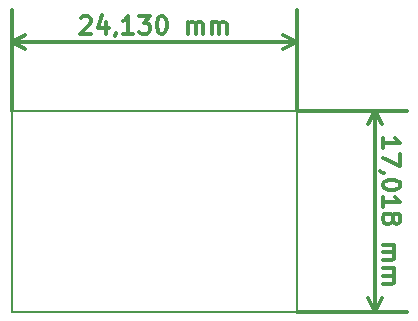
<source format=gbr>
G04 #@! TF.FileFunction,Drawing*
%FSLAX46Y46*%
G04 Gerber Fmt 4.6, Leading zero omitted, Abs format (unit mm)*
G04 Created by KiCad (PCBNEW 0.201511251016+6329~38~ubuntu14.04.1-stable) date lun 30 nov 2015 17:33:54 ART*
%MOMM*%
G01*
G04 APERTURE LIST*
%ADD10C,0.100000*%
%ADD11C,0.150000*%
%ADD12C,0.300000*%
G04 APERTURE END LIST*
D10*
D11*
X166624000Y-106426000D02*
X190754000Y-106426000D01*
X166624000Y-89408000D02*
X166624000Y-106426000D01*
X190754000Y-89408000D02*
X190754000Y-106426000D01*
X166624000Y-89408000D02*
X190754000Y-89408000D01*
D12*
X198029429Y-92559858D02*
X198029429Y-91702715D01*
X198029429Y-92131287D02*
X199529429Y-92131287D01*
X199315143Y-91988430D01*
X199172286Y-91845572D01*
X199100857Y-91702715D01*
X199529429Y-93059858D02*
X199529429Y-94059858D01*
X198029429Y-93417001D01*
X198100857Y-94702714D02*
X198029429Y-94702714D01*
X197886571Y-94631286D01*
X197815143Y-94559857D01*
X199529429Y-95631286D02*
X199529429Y-95774143D01*
X199458000Y-95917000D01*
X199386571Y-95988429D01*
X199243714Y-96059858D01*
X198958000Y-96131286D01*
X198600857Y-96131286D01*
X198315143Y-96059858D01*
X198172286Y-95988429D01*
X198100857Y-95917000D01*
X198029429Y-95774143D01*
X198029429Y-95631286D01*
X198100857Y-95488429D01*
X198172286Y-95417000D01*
X198315143Y-95345572D01*
X198600857Y-95274143D01*
X198958000Y-95274143D01*
X199243714Y-95345572D01*
X199386571Y-95417000D01*
X199458000Y-95488429D01*
X199529429Y-95631286D01*
X198029429Y-97559857D02*
X198029429Y-96702714D01*
X198029429Y-97131286D02*
X199529429Y-97131286D01*
X199315143Y-96988429D01*
X199172286Y-96845571D01*
X199100857Y-96702714D01*
X198886571Y-98417000D02*
X198958000Y-98274142D01*
X199029429Y-98202714D01*
X199172286Y-98131285D01*
X199243714Y-98131285D01*
X199386571Y-98202714D01*
X199458000Y-98274142D01*
X199529429Y-98417000D01*
X199529429Y-98702714D01*
X199458000Y-98845571D01*
X199386571Y-98917000D01*
X199243714Y-98988428D01*
X199172286Y-98988428D01*
X199029429Y-98917000D01*
X198958000Y-98845571D01*
X198886571Y-98702714D01*
X198886571Y-98417000D01*
X198815143Y-98274142D01*
X198743714Y-98202714D01*
X198600857Y-98131285D01*
X198315143Y-98131285D01*
X198172286Y-98202714D01*
X198100857Y-98274142D01*
X198029429Y-98417000D01*
X198029429Y-98702714D01*
X198100857Y-98845571D01*
X198172286Y-98917000D01*
X198315143Y-98988428D01*
X198600857Y-98988428D01*
X198743714Y-98917000D01*
X198815143Y-98845571D01*
X198886571Y-98702714D01*
X198029429Y-100774142D02*
X199029429Y-100774142D01*
X198886571Y-100774142D02*
X198958000Y-100845570D01*
X199029429Y-100988428D01*
X199029429Y-101202713D01*
X198958000Y-101345570D01*
X198815143Y-101416999D01*
X198029429Y-101416999D01*
X198815143Y-101416999D02*
X198958000Y-101488428D01*
X199029429Y-101631285D01*
X199029429Y-101845570D01*
X198958000Y-101988428D01*
X198815143Y-102059856D01*
X198029429Y-102059856D01*
X198029429Y-102774142D02*
X199029429Y-102774142D01*
X198886571Y-102774142D02*
X198958000Y-102845570D01*
X199029429Y-102988428D01*
X199029429Y-103202713D01*
X198958000Y-103345570D01*
X198815143Y-103416999D01*
X198029429Y-103416999D01*
X198815143Y-103416999D02*
X198958000Y-103488428D01*
X199029429Y-103631285D01*
X199029429Y-103845570D01*
X198958000Y-103988428D01*
X198815143Y-104059856D01*
X198029429Y-104059856D01*
X197358000Y-89408000D02*
X197358000Y-106426000D01*
X190754000Y-89408000D02*
X200058000Y-89408000D01*
X190754000Y-106426000D02*
X200058000Y-106426000D01*
X197358000Y-106426000D02*
X196771579Y-105299496D01*
X197358000Y-106426000D02*
X197944421Y-105299496D01*
X197358000Y-89408000D02*
X196771579Y-90534504D01*
X197358000Y-89408000D02*
X197944421Y-90534504D01*
X172474715Y-81537429D02*
X172546144Y-81466000D01*
X172689001Y-81394571D01*
X173046144Y-81394571D01*
X173189001Y-81466000D01*
X173260430Y-81537429D01*
X173331858Y-81680286D01*
X173331858Y-81823143D01*
X173260430Y-82037429D01*
X172403287Y-82894571D01*
X173331858Y-82894571D01*
X174617572Y-81894571D02*
X174617572Y-82894571D01*
X174260429Y-81323143D02*
X173903286Y-82394571D01*
X174831858Y-82394571D01*
X175474714Y-82823143D02*
X175474714Y-82894571D01*
X175403286Y-83037429D01*
X175331857Y-83108857D01*
X176903286Y-82894571D02*
X176046143Y-82894571D01*
X176474715Y-82894571D02*
X176474715Y-81394571D01*
X176331858Y-81608857D01*
X176189000Y-81751714D01*
X176046143Y-81823143D01*
X177403286Y-81394571D02*
X178331857Y-81394571D01*
X177831857Y-81966000D01*
X178046143Y-81966000D01*
X178189000Y-82037429D01*
X178260429Y-82108857D01*
X178331857Y-82251714D01*
X178331857Y-82608857D01*
X178260429Y-82751714D01*
X178189000Y-82823143D01*
X178046143Y-82894571D01*
X177617571Y-82894571D01*
X177474714Y-82823143D01*
X177403286Y-82751714D01*
X179260428Y-81394571D02*
X179403285Y-81394571D01*
X179546142Y-81466000D01*
X179617571Y-81537429D01*
X179689000Y-81680286D01*
X179760428Y-81966000D01*
X179760428Y-82323143D01*
X179689000Y-82608857D01*
X179617571Y-82751714D01*
X179546142Y-82823143D01*
X179403285Y-82894571D01*
X179260428Y-82894571D01*
X179117571Y-82823143D01*
X179046142Y-82751714D01*
X178974714Y-82608857D01*
X178903285Y-82323143D01*
X178903285Y-81966000D01*
X178974714Y-81680286D01*
X179046142Y-81537429D01*
X179117571Y-81466000D01*
X179260428Y-81394571D01*
X181546142Y-82894571D02*
X181546142Y-81894571D01*
X181546142Y-82037429D02*
X181617570Y-81966000D01*
X181760428Y-81894571D01*
X181974713Y-81894571D01*
X182117570Y-81966000D01*
X182188999Y-82108857D01*
X182188999Y-82894571D01*
X182188999Y-82108857D02*
X182260428Y-81966000D01*
X182403285Y-81894571D01*
X182617570Y-81894571D01*
X182760428Y-81966000D01*
X182831856Y-82108857D01*
X182831856Y-82894571D01*
X183546142Y-82894571D02*
X183546142Y-81894571D01*
X183546142Y-82037429D02*
X183617570Y-81966000D01*
X183760428Y-81894571D01*
X183974713Y-81894571D01*
X184117570Y-81966000D01*
X184188999Y-82108857D01*
X184188999Y-82894571D01*
X184188999Y-82108857D02*
X184260428Y-81966000D01*
X184403285Y-81894571D01*
X184617570Y-81894571D01*
X184760428Y-81966000D01*
X184831856Y-82108857D01*
X184831856Y-82894571D01*
X166624000Y-83566000D02*
X190754000Y-83566000D01*
X166624000Y-89408000D02*
X166624000Y-80866000D01*
X190754000Y-89408000D02*
X190754000Y-80866000D01*
X190754000Y-83566000D02*
X189627496Y-84152421D01*
X190754000Y-83566000D02*
X189627496Y-82979579D01*
X166624000Y-83566000D02*
X167750504Y-84152421D01*
X166624000Y-83566000D02*
X167750504Y-82979579D01*
M02*

</source>
